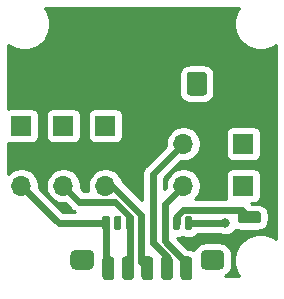
<source format=gbr>
%TF.GenerationSoftware,KiCad,Pcbnew,(5.1.9)-1*%
%TF.CreationDate,2021-08-13T14:48:15+01:00*%
%TF.ProjectId,5-servos,352d7365-7276-46f7-932e-6b696361645f,rev?*%
%TF.SameCoordinates,Original*%
%TF.FileFunction,Copper,L1,Top*%
%TF.FilePolarity,Positive*%
%FSLAX46Y46*%
G04 Gerber Fmt 4.6, Leading zero omitted, Abs format (unit mm)*
G04 Created by KiCad (PCBNEW (5.1.9)-1) date 2021-08-13 14:48:15*
%MOMM*%
%LPD*%
G01*
G04 APERTURE LIST*
%TA.AperFunction,ComponentPad*%
%ADD10O,1.700000X1.700000*%
%TD*%
%TA.AperFunction,ComponentPad*%
%ADD11R,1.700000X1.700000*%
%TD*%
%TA.AperFunction,ComponentPad*%
%ADD12O,1.700000X2.000000*%
%TD*%
%TA.AperFunction,ViaPad*%
%ADD13C,0.800000*%
%TD*%
%TA.AperFunction,Conductor*%
%ADD14C,0.600000*%
%TD*%
%TA.AperFunction,Conductor*%
%ADD15C,0.254000*%
%TD*%
%TA.AperFunction,Conductor*%
%ADD16C,0.100000*%
%TD*%
G04 APERTURE END LIST*
%TO.P,J13,1*%
%TO.N,Net-(J1-Pad7)*%
%TA.AperFunction,SMDPad,CuDef*%
G36*
G01*
X179820000Y-158869000D02*
X178320000Y-158869000D01*
G75*
G02*
X178070000Y-158619000I0J250000D01*
G01*
X178070000Y-158119000D01*
G75*
G02*
X178320000Y-157869000I250000J0D01*
G01*
X179820000Y-157869000D01*
G75*
G02*
X180070000Y-158119000I0J-250000D01*
G01*
X180070000Y-158619000D01*
G75*
G02*
X179820000Y-158869000I-250000J0D01*
G01*
G37*
%TD.AperFunction*%
%TD*%
%TO.P,J1,MP*%
%TO.N,N/C*%
%TA.AperFunction,SMDPad,CuDef*%
G36*
G01*
X174945800Y-162400800D02*
X174945800Y-161550800D01*
G75*
G02*
X175370800Y-161125800I425000J0D01*
G01*
X176520800Y-161125800D01*
G75*
G02*
X176945800Y-161550800I0J-425000D01*
G01*
X176945800Y-162400800D01*
G75*
G02*
X176520800Y-162825800I-425000J0D01*
G01*
X175370800Y-162825800D01*
G75*
G02*
X174945800Y-162400800I0J425000D01*
G01*
G37*
%TD.AperFunction*%
%TA.AperFunction,SMDPad,CuDef*%
G36*
G01*
X163922200Y-162400800D02*
X163922200Y-161550800D01*
G75*
G02*
X164347200Y-161125800I425000J0D01*
G01*
X165497200Y-161125800D01*
G75*
G02*
X165922200Y-161550800I0J-425000D01*
G01*
X165922200Y-162400800D01*
G75*
G02*
X165497200Y-162825800I-425000J0D01*
G01*
X164347200Y-162825800D01*
G75*
G02*
X163922200Y-162400800I0J425000D01*
G01*
G37*
%TD.AperFunction*%
%TO.P,J1,1*%
%TO.N,Net-(J1-Pad1)*%
%TA.AperFunction,SMDPad,CuDef*%
G36*
G01*
X166634000Y-159328000D02*
X166634000Y-158378000D01*
G75*
G02*
X166784000Y-158228000I150000J0D01*
G01*
X167084000Y-158228000D01*
G75*
G02*
X167234000Y-158378000I0J-150000D01*
G01*
X167234000Y-159328000D01*
G75*
G02*
X167084000Y-159478000I-150000J0D01*
G01*
X166784000Y-159478000D01*
G75*
G02*
X166634000Y-159328000I0J150000D01*
G01*
G37*
%TD.AperFunction*%
%TO.P,J1,2*%
%TO.N,N/C*%
%TA.AperFunction,SMDPad,CuDef*%
G36*
G01*
X167634000Y-159328000D02*
X167634000Y-158378000D01*
G75*
G02*
X167784000Y-158228000I150000J0D01*
G01*
X168084000Y-158228000D01*
G75*
G02*
X168234000Y-158378000I0J-150000D01*
G01*
X168234000Y-159328000D01*
G75*
G02*
X168084000Y-159478000I-150000J0D01*
G01*
X167784000Y-159478000D01*
G75*
G02*
X167634000Y-159328000I0J150000D01*
G01*
G37*
%TD.AperFunction*%
%TO.P,J1,3*%
%TO.N,Net-(J1-Pad3)*%
%TA.AperFunction,SMDPad,CuDef*%
G36*
G01*
X168634000Y-159328000D02*
X168634000Y-158378000D01*
G75*
G02*
X168784000Y-158228000I150000J0D01*
G01*
X169084000Y-158228000D01*
G75*
G02*
X169234000Y-158378000I0J-150000D01*
G01*
X169234000Y-159328000D01*
G75*
G02*
X169084000Y-159478000I-150000J0D01*
G01*
X168784000Y-159478000D01*
G75*
G02*
X168634000Y-159328000I0J150000D01*
G01*
G37*
%TD.AperFunction*%
%TO.P,J1,4*%
%TO.N,Net-(J1-Pad4)*%
%TA.AperFunction,SMDPad,CuDef*%
G36*
G01*
X169634000Y-159328000D02*
X169634000Y-158378000D01*
G75*
G02*
X169784000Y-158228000I150000J0D01*
G01*
X170084000Y-158228000D01*
G75*
G02*
X170234000Y-158378000I0J-150000D01*
G01*
X170234000Y-159328000D01*
G75*
G02*
X170084000Y-159478000I-150000J0D01*
G01*
X169784000Y-159478000D01*
G75*
G02*
X169634000Y-159328000I0J150000D01*
G01*
G37*
%TD.AperFunction*%
%TO.P,J1,5*%
%TO.N,Net-(J1-Pad5)*%
%TA.AperFunction,SMDPad,CuDef*%
G36*
G01*
X170634000Y-159328000D02*
X170634000Y-158378000D01*
G75*
G02*
X170784000Y-158228000I150000J0D01*
G01*
X171084000Y-158228000D01*
G75*
G02*
X171234000Y-158378000I0J-150000D01*
G01*
X171234000Y-159328000D01*
G75*
G02*
X171084000Y-159478000I-150000J0D01*
G01*
X170784000Y-159478000D01*
G75*
G02*
X170634000Y-159328000I0J150000D01*
G01*
G37*
%TD.AperFunction*%
%TO.P,J1,6*%
%TO.N,Net-(J1-Pad6)*%
%TA.AperFunction,SMDPad,CuDef*%
G36*
G01*
X171634000Y-159328000D02*
X171634000Y-158378000D01*
G75*
G02*
X171784000Y-158228000I150000J0D01*
G01*
X172084000Y-158228000D01*
G75*
G02*
X172234000Y-158378000I0J-150000D01*
G01*
X172234000Y-159328000D01*
G75*
G02*
X172084000Y-159478000I-150000J0D01*
G01*
X171784000Y-159478000D01*
G75*
G02*
X171634000Y-159328000I0J150000D01*
G01*
G37*
%TD.AperFunction*%
%TO.P,J1,7*%
%TO.N,Net-(J1-Pad7)*%
%TA.AperFunction,SMDPad,CuDef*%
G36*
G01*
X172634000Y-159328000D02*
X172634000Y-158378000D01*
G75*
G02*
X172784000Y-158228000I150000J0D01*
G01*
X173084000Y-158228000D01*
G75*
G02*
X173234000Y-158378000I0J-150000D01*
G01*
X173234000Y-159328000D01*
G75*
G02*
X173084000Y-159478000I-150000J0D01*
G01*
X172784000Y-159478000D01*
G75*
G02*
X172634000Y-159328000I0J150000D01*
G01*
G37*
%TD.AperFunction*%
%TO.P,J1,8*%
%TO.N,GND*%
%TA.AperFunction,SMDPad,CuDef*%
G36*
G01*
X173634000Y-159328000D02*
X173634000Y-158378000D01*
G75*
G02*
X173784000Y-158228000I150000J0D01*
G01*
X174084000Y-158228000D01*
G75*
G02*
X174234000Y-158378000I0J-150000D01*
G01*
X174234000Y-159328000D01*
G75*
G02*
X174084000Y-159478000I-150000J0D01*
G01*
X173784000Y-159478000D01*
G75*
G02*
X173634000Y-159328000I0J150000D01*
G01*
G37*
%TD.AperFunction*%
%TD*%
D10*
%TO.P,J10,3*%
%TO.N,Net-(J1-Pad1)*%
X159766000Y-155702000D03*
%TO.P,J10,2*%
%TO.N,+BATT*%
X159766000Y-153162000D03*
D11*
%TO.P,J10,1*%
%TO.N,GND*%
X159766000Y-150622000D03*
%TD*%
D10*
%TO.P,J5,3*%
%TO.N,Net-(J1-Pad3)*%
X163322000Y-155702000D03*
%TO.P,J5,2*%
%TO.N,+BATT*%
X163322000Y-153162000D03*
D11*
%TO.P,J5,1*%
%TO.N,GND*%
X163322000Y-150622000D03*
%TD*%
D10*
%TO.P,J4,3*%
%TO.N,Net-(J1-Pad4)*%
X166878000Y-155702000D03*
%TO.P,J4,2*%
%TO.N,+BATT*%
X166878000Y-153162000D03*
D11*
%TO.P,J4,1*%
%TO.N,GND*%
X166878000Y-150622000D03*
%TD*%
D10*
%TO.P,J3,3*%
%TO.N,Net-(J1-Pad5)*%
X173482000Y-152146000D03*
%TO.P,J3,2*%
%TO.N,+BATT*%
X176022000Y-152146000D03*
D11*
%TO.P,J3,1*%
%TO.N,GND*%
X178562000Y-152146000D03*
%TD*%
%TO.P,J12,1*%
%TO.N,Net-(J1-Pad1)*%
%TA.AperFunction,SMDPad,CuDef*%
G36*
G01*
X166632000Y-163437000D02*
X166632000Y-161937000D01*
G75*
G02*
X166882000Y-161687000I250000J0D01*
G01*
X167382000Y-161687000D01*
G75*
G02*
X167632000Y-161937000I0J-250000D01*
G01*
X167632000Y-163437000D01*
G75*
G02*
X167382000Y-163687000I-250000J0D01*
G01*
X166882000Y-163687000D01*
G75*
G02*
X166632000Y-163437000I0J250000D01*
G01*
G37*
%TD.AperFunction*%
%TD*%
%TO.P,J11,1*%
%TO.N,Net-(J1-Pad3)*%
%TA.AperFunction,SMDPad,CuDef*%
G36*
G01*
X168283000Y-163437000D02*
X168283000Y-161937000D01*
G75*
G02*
X168533000Y-161687000I250000J0D01*
G01*
X169033000Y-161687000D01*
G75*
G02*
X169283000Y-161937000I0J-250000D01*
G01*
X169283000Y-163437000D01*
G75*
G02*
X169033000Y-163687000I-250000J0D01*
G01*
X168533000Y-163687000D01*
G75*
G02*
X168283000Y-163437000I0J250000D01*
G01*
G37*
%TD.AperFunction*%
%TD*%
D10*
%TO.P,J2,3*%
%TO.N,Net-(J1-Pad6)*%
X173482000Y-155702000D03*
%TO.P,J2,2*%
%TO.N,+BATT*%
X176022000Y-155702000D03*
D11*
%TO.P,J2,1*%
%TO.N,GND*%
X178562000Y-155702000D03*
%TD*%
D12*
%TO.P,J6,2*%
%TO.N,+BATT*%
X172125000Y-147066000D03*
%TO.P,J6,1*%
%TO.N,GND*%
%TA.AperFunction,ComponentPad*%
G36*
G01*
X175475000Y-146316000D02*
X175475000Y-147816000D01*
G75*
G02*
X175225000Y-148066000I-250000J0D01*
G01*
X174025000Y-148066000D01*
G75*
G02*
X173775000Y-147816000I0J250000D01*
G01*
X173775000Y-146316000D01*
G75*
G02*
X174025000Y-146066000I250000J0D01*
G01*
X175225000Y-146066000D01*
G75*
G02*
X175475000Y-146316000I0J-250000D01*
G01*
G37*
%TD.AperFunction*%
%TD*%
%TO.P,J9,1*%
%TO.N,Net-(J1-Pad4)*%
%TA.AperFunction,SMDPad,CuDef*%
G36*
G01*
X169934000Y-163437000D02*
X169934000Y-161937000D01*
G75*
G02*
X170184000Y-161687000I250000J0D01*
G01*
X170684000Y-161687000D01*
G75*
G02*
X170934000Y-161937000I0J-250000D01*
G01*
X170934000Y-163437000D01*
G75*
G02*
X170684000Y-163687000I-250000J0D01*
G01*
X170184000Y-163687000D01*
G75*
G02*
X169934000Y-163437000I0J250000D01*
G01*
G37*
%TD.AperFunction*%
%TD*%
%TO.P,J8,1*%
%TO.N,Net-(J1-Pad5)*%
%TA.AperFunction,SMDPad,CuDef*%
G36*
G01*
X171585000Y-163437000D02*
X171585000Y-161937000D01*
G75*
G02*
X171835000Y-161687000I250000J0D01*
G01*
X172335000Y-161687000D01*
G75*
G02*
X172585000Y-161937000I0J-250000D01*
G01*
X172585000Y-163437000D01*
G75*
G02*
X172335000Y-163687000I-250000J0D01*
G01*
X171835000Y-163687000D01*
G75*
G02*
X171585000Y-163437000I0J250000D01*
G01*
G37*
%TD.AperFunction*%
%TD*%
%TO.P,J7,1*%
%TO.N,Net-(J1-Pad6)*%
%TA.AperFunction,SMDPad,CuDef*%
G36*
G01*
X173236000Y-163437000D02*
X173236000Y-161937000D01*
G75*
G02*
X173486000Y-161687000I250000J0D01*
G01*
X173986000Y-161687000D01*
G75*
G02*
X174236000Y-161937000I0J-250000D01*
G01*
X174236000Y-163437000D01*
G75*
G02*
X173986000Y-163687000I-250000J0D01*
G01*
X173486000Y-163687000D01*
G75*
G02*
X173236000Y-163437000I0J250000D01*
G01*
G37*
%TD.AperFunction*%
%TD*%
D13*
%TO.N,GND*%
X177038000Y-158877000D03*
%TD*%
D14*
%TO.N,Net-(J1-Pad3)*%
X168934000Y-162536000D02*
X168783000Y-162687000D01*
X168934000Y-158853000D02*
X168934000Y-162536000D01*
X164672001Y-157052001D02*
X163322000Y-155702000D01*
X167677257Y-157052001D02*
X164672001Y-157052001D01*
X168934000Y-158308744D02*
X167677257Y-157052001D01*
X168934000Y-158853000D02*
X168934000Y-158308744D01*
%TO.N,Net-(J1-Pad1)*%
X166934000Y-162489000D02*
X167132000Y-162687000D01*
X166934000Y-158853000D02*
X166934000Y-162489000D01*
X162917000Y-158853000D02*
X159766000Y-155702000D01*
X166934000Y-158853000D02*
X162917000Y-158853000D01*
%TO.N,GND*%
X177014000Y-158853000D02*
X177038000Y-158877000D01*
X173934000Y-158853000D02*
X177014000Y-158853000D01*
%TO.N,Net-(J1-Pad7)*%
X178428990Y-157727990D02*
X179070000Y-158369000D01*
X173434010Y-157727990D02*
X178428990Y-157727990D01*
X172934000Y-158228000D02*
X173434010Y-157727990D01*
X172934000Y-158853000D02*
X172934000Y-158228000D01*
%TO.N,Net-(J1-Pad6)*%
X173736000Y-162206616D02*
X173736000Y-162687000D01*
X171934000Y-160404616D02*
X173736000Y-162206616D01*
X171934000Y-158853000D02*
X171934000Y-160404616D01*
X171934000Y-157250000D02*
X173482000Y-155702000D01*
X171934000Y-158853000D02*
X171934000Y-157250000D01*
%TO.N,Net-(J1-Pad5)*%
X172085000Y-161687000D02*
X172085000Y-162687000D01*
X170934000Y-160536000D02*
X172085000Y-161687000D01*
X170934000Y-158853000D02*
X170934000Y-160536000D01*
X170934000Y-154694000D02*
X173482000Y-152146000D01*
X170934000Y-158853000D02*
X170934000Y-154694000D01*
%TO.N,Net-(J1-Pad4)*%
X169934000Y-162187000D02*
X170434000Y-162687000D01*
X169934000Y-158853000D02*
X169934000Y-162187000D01*
X167458640Y-155702000D02*
X166878000Y-155702000D01*
X169934000Y-158177360D02*
X167458640Y-155702000D01*
X169934000Y-158853000D02*
X169934000Y-158177360D01*
%TD*%
D15*
%TO.N,+BATT*%
X178026458Y-140945120D02*
X177858582Y-141350408D01*
X177773000Y-141780660D01*
X177773000Y-142219340D01*
X177858582Y-142649592D01*
X178026458Y-143054880D01*
X178270176Y-143419630D01*
X178580370Y-143729824D01*
X178945120Y-143973542D01*
X179350408Y-144141418D01*
X179780660Y-144227000D01*
X180219340Y-144227000D01*
X180649592Y-144141418D01*
X181054880Y-143973542D01*
X181340000Y-143783031D01*
X181340001Y-160216970D01*
X181054880Y-160026458D01*
X180649592Y-159858582D01*
X180219340Y-159773000D01*
X179780660Y-159773000D01*
X179350408Y-159858582D01*
X178945120Y-160026458D01*
X178580370Y-160270176D01*
X178270176Y-160580370D01*
X178026458Y-160945120D01*
X177858582Y-161350408D01*
X177773000Y-161780660D01*
X177773000Y-162219340D01*
X177858582Y-162649592D01*
X178026458Y-163054880D01*
X178216969Y-163340000D01*
X177007974Y-163340000D01*
X177111411Y-163284712D01*
X177272505Y-163152505D01*
X177404712Y-162991411D01*
X177502950Y-162807620D01*
X177563445Y-162608195D01*
X177583872Y-162400800D01*
X177583872Y-161550800D01*
X177563445Y-161343405D01*
X177502950Y-161143980D01*
X177404712Y-160960189D01*
X177272505Y-160799095D01*
X177111411Y-160666888D01*
X176927620Y-160568650D01*
X176728195Y-160508155D01*
X176520800Y-160487728D01*
X175370800Y-160487728D01*
X175163405Y-160508155D01*
X174963980Y-160568650D01*
X174780189Y-160666888D01*
X174619095Y-160799095D01*
X174486888Y-160960189D01*
X174388650Y-161143980D01*
X174387054Y-161149242D01*
X174325850Y-161116528D01*
X174159254Y-161065992D01*
X173986000Y-161048928D01*
X173900601Y-161048928D01*
X172967745Y-160116072D01*
X173084000Y-160116072D01*
X173237745Y-160100929D01*
X173385582Y-160056084D01*
X173434000Y-160030204D01*
X173482418Y-160056084D01*
X173630255Y-160100929D01*
X173784000Y-160116072D01*
X174084000Y-160116072D01*
X174237745Y-160100929D01*
X174385582Y-160056084D01*
X174521829Y-159983258D01*
X174641251Y-159885251D01*
X174721063Y-159788000D01*
X176538458Y-159788000D01*
X176547744Y-159794205D01*
X176736102Y-159872226D01*
X176936061Y-159912000D01*
X177139939Y-159912000D01*
X177339898Y-159872226D01*
X177528256Y-159794205D01*
X177697774Y-159680937D01*
X177841937Y-159536774D01*
X177926215Y-159410643D01*
X177980150Y-159439472D01*
X178146746Y-159490008D01*
X178320000Y-159507072D01*
X179820000Y-159507072D01*
X179993254Y-159490008D01*
X180159850Y-159439472D01*
X180313386Y-159357405D01*
X180447962Y-159246962D01*
X180558405Y-159112386D01*
X180640472Y-158958850D01*
X180691008Y-158792254D01*
X180708072Y-158619000D01*
X180708072Y-158119000D01*
X180691008Y-157945746D01*
X180640472Y-157779150D01*
X180558405Y-157625614D01*
X180447962Y-157491038D01*
X180313386Y-157380595D01*
X180159850Y-157298528D01*
X179993254Y-157247992D01*
X179820000Y-157230928D01*
X179254217Y-157230928D01*
X179213361Y-157190072D01*
X179412000Y-157190072D01*
X179536482Y-157177812D01*
X179656180Y-157141502D01*
X179766494Y-157082537D01*
X179863185Y-157003185D01*
X179942537Y-156906494D01*
X180001502Y-156796180D01*
X180037812Y-156676482D01*
X180050072Y-156552000D01*
X180050072Y-154852000D01*
X180037812Y-154727518D01*
X180001502Y-154607820D01*
X179942537Y-154497506D01*
X179863185Y-154400815D01*
X179766494Y-154321463D01*
X179656180Y-154262498D01*
X179536482Y-154226188D01*
X179412000Y-154213928D01*
X177712000Y-154213928D01*
X177587518Y-154226188D01*
X177467820Y-154262498D01*
X177357506Y-154321463D01*
X177260815Y-154400815D01*
X177181463Y-154497506D01*
X177122498Y-154607820D01*
X177086188Y-154727518D01*
X177073928Y-154852000D01*
X177073928Y-156552000D01*
X177086188Y-156676482D01*
X177121530Y-156792990D01*
X174491117Y-156792990D01*
X174635475Y-156648632D01*
X174797990Y-156405411D01*
X174909932Y-156135158D01*
X174967000Y-155848260D01*
X174967000Y-155555740D01*
X174909932Y-155268842D01*
X174797990Y-154998589D01*
X174635475Y-154755368D01*
X174428632Y-154548525D01*
X174185411Y-154386010D01*
X173915158Y-154274068D01*
X173628260Y-154217000D01*
X173335740Y-154217000D01*
X173048842Y-154274068D01*
X172778589Y-154386010D01*
X172535368Y-154548525D01*
X172328525Y-154755368D01*
X172166010Y-154998589D01*
X172054068Y-155268842D01*
X171997000Y-155555740D01*
X171997000Y-155848260D01*
X171999729Y-155861982D01*
X171869000Y-155992711D01*
X171869000Y-155081289D01*
X173322019Y-153628271D01*
X173335740Y-153631000D01*
X173628260Y-153631000D01*
X173915158Y-153573932D01*
X174185411Y-153461990D01*
X174428632Y-153299475D01*
X174635475Y-153092632D01*
X174797990Y-152849411D01*
X174909932Y-152579158D01*
X174967000Y-152292260D01*
X174967000Y-151999740D01*
X174909932Y-151712842D01*
X174797990Y-151442589D01*
X174700043Y-151296000D01*
X177073928Y-151296000D01*
X177073928Y-152996000D01*
X177086188Y-153120482D01*
X177122498Y-153240180D01*
X177181463Y-153350494D01*
X177260815Y-153447185D01*
X177357506Y-153526537D01*
X177467820Y-153585502D01*
X177587518Y-153621812D01*
X177712000Y-153634072D01*
X179412000Y-153634072D01*
X179536482Y-153621812D01*
X179656180Y-153585502D01*
X179766494Y-153526537D01*
X179863185Y-153447185D01*
X179942537Y-153350494D01*
X180001502Y-153240180D01*
X180037812Y-153120482D01*
X180050072Y-152996000D01*
X180050072Y-151296000D01*
X180037812Y-151171518D01*
X180001502Y-151051820D01*
X179942537Y-150941506D01*
X179863185Y-150844815D01*
X179766494Y-150765463D01*
X179656180Y-150706498D01*
X179536482Y-150670188D01*
X179412000Y-150657928D01*
X177712000Y-150657928D01*
X177587518Y-150670188D01*
X177467820Y-150706498D01*
X177357506Y-150765463D01*
X177260815Y-150844815D01*
X177181463Y-150941506D01*
X177122498Y-151051820D01*
X177086188Y-151171518D01*
X177073928Y-151296000D01*
X174700043Y-151296000D01*
X174635475Y-151199368D01*
X174428632Y-150992525D01*
X174185411Y-150830010D01*
X173915158Y-150718068D01*
X173628260Y-150661000D01*
X173335740Y-150661000D01*
X173048842Y-150718068D01*
X172778589Y-150830010D01*
X172535368Y-150992525D01*
X172328525Y-151199368D01*
X172166010Y-151442589D01*
X172054068Y-151712842D01*
X171997000Y-151999740D01*
X171997000Y-152292260D01*
X171999729Y-152305981D01*
X170305336Y-154000375D01*
X170269657Y-154029656D01*
X170152815Y-154172028D01*
X170123866Y-154226188D01*
X170065994Y-154334460D01*
X170012529Y-154510709D01*
X169994476Y-154694000D01*
X169999001Y-154739942D01*
X169999000Y-156920071D01*
X168276348Y-155197419D01*
X168193990Y-154998589D01*
X168031475Y-154755368D01*
X167824632Y-154548525D01*
X167581411Y-154386010D01*
X167311158Y-154274068D01*
X167024260Y-154217000D01*
X166731740Y-154217000D01*
X166444842Y-154274068D01*
X166174589Y-154386010D01*
X165931368Y-154548525D01*
X165724525Y-154755368D01*
X165562010Y-154998589D01*
X165450068Y-155268842D01*
X165393000Y-155555740D01*
X165393000Y-155848260D01*
X165446456Y-156117001D01*
X165059290Y-156117001D01*
X164804271Y-155861982D01*
X164807000Y-155848260D01*
X164807000Y-155555740D01*
X164749932Y-155268842D01*
X164637990Y-154998589D01*
X164475475Y-154755368D01*
X164268632Y-154548525D01*
X164025411Y-154386010D01*
X163755158Y-154274068D01*
X163468260Y-154217000D01*
X163175740Y-154217000D01*
X162888842Y-154274068D01*
X162618589Y-154386010D01*
X162375368Y-154548525D01*
X162168525Y-154755368D01*
X162006010Y-154998589D01*
X161894068Y-155268842D01*
X161837000Y-155555740D01*
X161837000Y-155848260D01*
X161894068Y-156135158D01*
X162006010Y-156405411D01*
X162168525Y-156648632D01*
X162375368Y-156855475D01*
X162618589Y-157017990D01*
X162888842Y-157129932D01*
X163175740Y-157187000D01*
X163468260Y-157187000D01*
X163481982Y-157184271D01*
X163978371Y-157680660D01*
X164007657Y-157716345D01*
X164150029Y-157833187D01*
X164216021Y-157868460D01*
X164308703Y-157918000D01*
X163304289Y-157918000D01*
X161248271Y-155861982D01*
X161251000Y-155848260D01*
X161251000Y-155555740D01*
X161193932Y-155268842D01*
X161081990Y-154998589D01*
X160919475Y-154755368D01*
X160712632Y-154548525D01*
X160469411Y-154386010D01*
X160199158Y-154274068D01*
X159912260Y-154217000D01*
X159619740Y-154217000D01*
X159332842Y-154274068D01*
X159062589Y-154386010D01*
X158819368Y-154548525D01*
X158660000Y-154707893D01*
X158660000Y-152055184D01*
X158671820Y-152061502D01*
X158791518Y-152097812D01*
X158916000Y-152110072D01*
X160616000Y-152110072D01*
X160740482Y-152097812D01*
X160860180Y-152061502D01*
X160970494Y-152002537D01*
X161067185Y-151923185D01*
X161146537Y-151826494D01*
X161205502Y-151716180D01*
X161241812Y-151596482D01*
X161254072Y-151472000D01*
X161254072Y-149772000D01*
X161833928Y-149772000D01*
X161833928Y-151472000D01*
X161846188Y-151596482D01*
X161882498Y-151716180D01*
X161941463Y-151826494D01*
X162020815Y-151923185D01*
X162117506Y-152002537D01*
X162227820Y-152061502D01*
X162347518Y-152097812D01*
X162472000Y-152110072D01*
X164172000Y-152110072D01*
X164296482Y-152097812D01*
X164416180Y-152061502D01*
X164526494Y-152002537D01*
X164623185Y-151923185D01*
X164702537Y-151826494D01*
X164761502Y-151716180D01*
X164797812Y-151596482D01*
X164810072Y-151472000D01*
X164810072Y-149772000D01*
X165389928Y-149772000D01*
X165389928Y-151472000D01*
X165402188Y-151596482D01*
X165438498Y-151716180D01*
X165497463Y-151826494D01*
X165576815Y-151923185D01*
X165673506Y-152002537D01*
X165783820Y-152061502D01*
X165903518Y-152097812D01*
X166028000Y-152110072D01*
X167728000Y-152110072D01*
X167852482Y-152097812D01*
X167972180Y-152061502D01*
X168082494Y-152002537D01*
X168179185Y-151923185D01*
X168258537Y-151826494D01*
X168317502Y-151716180D01*
X168353812Y-151596482D01*
X168366072Y-151472000D01*
X168366072Y-149772000D01*
X168353812Y-149647518D01*
X168317502Y-149527820D01*
X168258537Y-149417506D01*
X168179185Y-149320815D01*
X168082494Y-149241463D01*
X167972180Y-149182498D01*
X167852482Y-149146188D01*
X167728000Y-149133928D01*
X166028000Y-149133928D01*
X165903518Y-149146188D01*
X165783820Y-149182498D01*
X165673506Y-149241463D01*
X165576815Y-149320815D01*
X165497463Y-149417506D01*
X165438498Y-149527820D01*
X165402188Y-149647518D01*
X165389928Y-149772000D01*
X164810072Y-149772000D01*
X164797812Y-149647518D01*
X164761502Y-149527820D01*
X164702537Y-149417506D01*
X164623185Y-149320815D01*
X164526494Y-149241463D01*
X164416180Y-149182498D01*
X164296482Y-149146188D01*
X164172000Y-149133928D01*
X162472000Y-149133928D01*
X162347518Y-149146188D01*
X162227820Y-149182498D01*
X162117506Y-149241463D01*
X162020815Y-149320815D01*
X161941463Y-149417506D01*
X161882498Y-149527820D01*
X161846188Y-149647518D01*
X161833928Y-149772000D01*
X161254072Y-149772000D01*
X161241812Y-149647518D01*
X161205502Y-149527820D01*
X161146537Y-149417506D01*
X161067185Y-149320815D01*
X160970494Y-149241463D01*
X160860180Y-149182498D01*
X160740482Y-149146188D01*
X160616000Y-149133928D01*
X158916000Y-149133928D01*
X158791518Y-149146188D01*
X158671820Y-149182498D01*
X158660000Y-149188816D01*
X158660000Y-146316000D01*
X173136928Y-146316000D01*
X173136928Y-147816000D01*
X173153992Y-147989254D01*
X173204528Y-148155850D01*
X173286595Y-148309386D01*
X173397038Y-148443962D01*
X173531614Y-148554405D01*
X173685150Y-148636472D01*
X173851746Y-148687008D01*
X174025000Y-148704072D01*
X175225000Y-148704072D01*
X175398254Y-148687008D01*
X175564850Y-148636472D01*
X175718386Y-148554405D01*
X175852962Y-148443962D01*
X175963405Y-148309386D01*
X176045472Y-148155850D01*
X176096008Y-147989254D01*
X176113072Y-147816000D01*
X176113072Y-146316000D01*
X176096008Y-146142746D01*
X176045472Y-145976150D01*
X175963405Y-145822614D01*
X175852962Y-145688038D01*
X175718386Y-145577595D01*
X175564850Y-145495528D01*
X175398254Y-145444992D01*
X175225000Y-145427928D01*
X174025000Y-145427928D01*
X173851746Y-145444992D01*
X173685150Y-145495528D01*
X173531614Y-145577595D01*
X173397038Y-145688038D01*
X173286595Y-145822614D01*
X173204528Y-145976150D01*
X173153992Y-146142746D01*
X173136928Y-146316000D01*
X158660000Y-146316000D01*
X158660000Y-143783031D01*
X158945120Y-143973542D01*
X159350408Y-144141418D01*
X159780660Y-144227000D01*
X160219340Y-144227000D01*
X160649592Y-144141418D01*
X161054880Y-143973542D01*
X161419630Y-143729824D01*
X161729824Y-143419630D01*
X161973542Y-143054880D01*
X162141418Y-142649592D01*
X162227000Y-142219340D01*
X162227000Y-141780660D01*
X162141418Y-141350408D01*
X161973542Y-140945120D01*
X161783031Y-140660000D01*
X178216969Y-140660000D01*
X178026458Y-140945120D01*
%TA.AperFunction,Conductor*%
D16*
G36*
X178026458Y-140945120D02*
G01*
X177858582Y-141350408D01*
X177773000Y-141780660D01*
X177773000Y-142219340D01*
X177858582Y-142649592D01*
X178026458Y-143054880D01*
X178270176Y-143419630D01*
X178580370Y-143729824D01*
X178945120Y-143973542D01*
X179350408Y-144141418D01*
X179780660Y-144227000D01*
X180219340Y-144227000D01*
X180649592Y-144141418D01*
X181054880Y-143973542D01*
X181340000Y-143783031D01*
X181340001Y-160216970D01*
X181054880Y-160026458D01*
X180649592Y-159858582D01*
X180219340Y-159773000D01*
X179780660Y-159773000D01*
X179350408Y-159858582D01*
X178945120Y-160026458D01*
X178580370Y-160270176D01*
X178270176Y-160580370D01*
X178026458Y-160945120D01*
X177858582Y-161350408D01*
X177773000Y-161780660D01*
X177773000Y-162219340D01*
X177858582Y-162649592D01*
X178026458Y-163054880D01*
X178216969Y-163340000D01*
X177007974Y-163340000D01*
X177111411Y-163284712D01*
X177272505Y-163152505D01*
X177404712Y-162991411D01*
X177502950Y-162807620D01*
X177563445Y-162608195D01*
X177583872Y-162400800D01*
X177583872Y-161550800D01*
X177563445Y-161343405D01*
X177502950Y-161143980D01*
X177404712Y-160960189D01*
X177272505Y-160799095D01*
X177111411Y-160666888D01*
X176927620Y-160568650D01*
X176728195Y-160508155D01*
X176520800Y-160487728D01*
X175370800Y-160487728D01*
X175163405Y-160508155D01*
X174963980Y-160568650D01*
X174780189Y-160666888D01*
X174619095Y-160799095D01*
X174486888Y-160960189D01*
X174388650Y-161143980D01*
X174387054Y-161149242D01*
X174325850Y-161116528D01*
X174159254Y-161065992D01*
X173986000Y-161048928D01*
X173900601Y-161048928D01*
X172967745Y-160116072D01*
X173084000Y-160116072D01*
X173237745Y-160100929D01*
X173385582Y-160056084D01*
X173434000Y-160030204D01*
X173482418Y-160056084D01*
X173630255Y-160100929D01*
X173784000Y-160116072D01*
X174084000Y-160116072D01*
X174237745Y-160100929D01*
X174385582Y-160056084D01*
X174521829Y-159983258D01*
X174641251Y-159885251D01*
X174721063Y-159788000D01*
X176538458Y-159788000D01*
X176547744Y-159794205D01*
X176736102Y-159872226D01*
X176936061Y-159912000D01*
X177139939Y-159912000D01*
X177339898Y-159872226D01*
X177528256Y-159794205D01*
X177697774Y-159680937D01*
X177841937Y-159536774D01*
X177926215Y-159410643D01*
X177980150Y-159439472D01*
X178146746Y-159490008D01*
X178320000Y-159507072D01*
X179820000Y-159507072D01*
X179993254Y-159490008D01*
X180159850Y-159439472D01*
X180313386Y-159357405D01*
X180447962Y-159246962D01*
X180558405Y-159112386D01*
X180640472Y-158958850D01*
X180691008Y-158792254D01*
X180708072Y-158619000D01*
X180708072Y-158119000D01*
X180691008Y-157945746D01*
X180640472Y-157779150D01*
X180558405Y-157625614D01*
X180447962Y-157491038D01*
X180313386Y-157380595D01*
X180159850Y-157298528D01*
X179993254Y-157247992D01*
X179820000Y-157230928D01*
X179254217Y-157230928D01*
X179213361Y-157190072D01*
X179412000Y-157190072D01*
X179536482Y-157177812D01*
X179656180Y-157141502D01*
X179766494Y-157082537D01*
X179863185Y-157003185D01*
X179942537Y-156906494D01*
X180001502Y-156796180D01*
X180037812Y-156676482D01*
X180050072Y-156552000D01*
X180050072Y-154852000D01*
X180037812Y-154727518D01*
X180001502Y-154607820D01*
X179942537Y-154497506D01*
X179863185Y-154400815D01*
X179766494Y-154321463D01*
X179656180Y-154262498D01*
X179536482Y-154226188D01*
X179412000Y-154213928D01*
X177712000Y-154213928D01*
X177587518Y-154226188D01*
X177467820Y-154262498D01*
X177357506Y-154321463D01*
X177260815Y-154400815D01*
X177181463Y-154497506D01*
X177122498Y-154607820D01*
X177086188Y-154727518D01*
X177073928Y-154852000D01*
X177073928Y-156552000D01*
X177086188Y-156676482D01*
X177121530Y-156792990D01*
X174491117Y-156792990D01*
X174635475Y-156648632D01*
X174797990Y-156405411D01*
X174909932Y-156135158D01*
X174967000Y-155848260D01*
X174967000Y-155555740D01*
X174909932Y-155268842D01*
X174797990Y-154998589D01*
X174635475Y-154755368D01*
X174428632Y-154548525D01*
X174185411Y-154386010D01*
X173915158Y-154274068D01*
X173628260Y-154217000D01*
X173335740Y-154217000D01*
X173048842Y-154274068D01*
X172778589Y-154386010D01*
X172535368Y-154548525D01*
X172328525Y-154755368D01*
X172166010Y-154998589D01*
X172054068Y-155268842D01*
X171997000Y-155555740D01*
X171997000Y-155848260D01*
X171999729Y-155861982D01*
X171869000Y-155992711D01*
X171869000Y-155081289D01*
X173322019Y-153628271D01*
X173335740Y-153631000D01*
X173628260Y-153631000D01*
X173915158Y-153573932D01*
X174185411Y-153461990D01*
X174428632Y-153299475D01*
X174635475Y-153092632D01*
X174797990Y-152849411D01*
X174909932Y-152579158D01*
X174967000Y-152292260D01*
X174967000Y-151999740D01*
X174909932Y-151712842D01*
X174797990Y-151442589D01*
X174700043Y-151296000D01*
X177073928Y-151296000D01*
X177073928Y-152996000D01*
X177086188Y-153120482D01*
X177122498Y-153240180D01*
X177181463Y-153350494D01*
X177260815Y-153447185D01*
X177357506Y-153526537D01*
X177467820Y-153585502D01*
X177587518Y-153621812D01*
X177712000Y-153634072D01*
X179412000Y-153634072D01*
X179536482Y-153621812D01*
X179656180Y-153585502D01*
X179766494Y-153526537D01*
X179863185Y-153447185D01*
X179942537Y-153350494D01*
X180001502Y-153240180D01*
X180037812Y-153120482D01*
X180050072Y-152996000D01*
X180050072Y-151296000D01*
X180037812Y-151171518D01*
X180001502Y-151051820D01*
X179942537Y-150941506D01*
X179863185Y-150844815D01*
X179766494Y-150765463D01*
X179656180Y-150706498D01*
X179536482Y-150670188D01*
X179412000Y-150657928D01*
X177712000Y-150657928D01*
X177587518Y-150670188D01*
X177467820Y-150706498D01*
X177357506Y-150765463D01*
X177260815Y-150844815D01*
X177181463Y-150941506D01*
X177122498Y-151051820D01*
X177086188Y-151171518D01*
X177073928Y-151296000D01*
X174700043Y-151296000D01*
X174635475Y-151199368D01*
X174428632Y-150992525D01*
X174185411Y-150830010D01*
X173915158Y-150718068D01*
X173628260Y-150661000D01*
X173335740Y-150661000D01*
X173048842Y-150718068D01*
X172778589Y-150830010D01*
X172535368Y-150992525D01*
X172328525Y-151199368D01*
X172166010Y-151442589D01*
X172054068Y-151712842D01*
X171997000Y-151999740D01*
X171997000Y-152292260D01*
X171999729Y-152305981D01*
X170305336Y-154000375D01*
X170269657Y-154029656D01*
X170152815Y-154172028D01*
X170123866Y-154226188D01*
X170065994Y-154334460D01*
X170012529Y-154510709D01*
X169994476Y-154694000D01*
X169999001Y-154739942D01*
X169999000Y-156920071D01*
X168276348Y-155197419D01*
X168193990Y-154998589D01*
X168031475Y-154755368D01*
X167824632Y-154548525D01*
X167581411Y-154386010D01*
X167311158Y-154274068D01*
X167024260Y-154217000D01*
X166731740Y-154217000D01*
X166444842Y-154274068D01*
X166174589Y-154386010D01*
X165931368Y-154548525D01*
X165724525Y-154755368D01*
X165562010Y-154998589D01*
X165450068Y-155268842D01*
X165393000Y-155555740D01*
X165393000Y-155848260D01*
X165446456Y-156117001D01*
X165059290Y-156117001D01*
X164804271Y-155861982D01*
X164807000Y-155848260D01*
X164807000Y-155555740D01*
X164749932Y-155268842D01*
X164637990Y-154998589D01*
X164475475Y-154755368D01*
X164268632Y-154548525D01*
X164025411Y-154386010D01*
X163755158Y-154274068D01*
X163468260Y-154217000D01*
X163175740Y-154217000D01*
X162888842Y-154274068D01*
X162618589Y-154386010D01*
X162375368Y-154548525D01*
X162168525Y-154755368D01*
X162006010Y-154998589D01*
X161894068Y-155268842D01*
X161837000Y-155555740D01*
X161837000Y-155848260D01*
X161894068Y-156135158D01*
X162006010Y-156405411D01*
X162168525Y-156648632D01*
X162375368Y-156855475D01*
X162618589Y-157017990D01*
X162888842Y-157129932D01*
X163175740Y-157187000D01*
X163468260Y-157187000D01*
X163481982Y-157184271D01*
X163978371Y-157680660D01*
X164007657Y-157716345D01*
X164150029Y-157833187D01*
X164216021Y-157868460D01*
X164308703Y-157918000D01*
X163304289Y-157918000D01*
X161248271Y-155861982D01*
X161251000Y-155848260D01*
X161251000Y-155555740D01*
X161193932Y-155268842D01*
X161081990Y-154998589D01*
X160919475Y-154755368D01*
X160712632Y-154548525D01*
X160469411Y-154386010D01*
X160199158Y-154274068D01*
X159912260Y-154217000D01*
X159619740Y-154217000D01*
X159332842Y-154274068D01*
X159062589Y-154386010D01*
X158819368Y-154548525D01*
X158660000Y-154707893D01*
X158660000Y-152055184D01*
X158671820Y-152061502D01*
X158791518Y-152097812D01*
X158916000Y-152110072D01*
X160616000Y-152110072D01*
X160740482Y-152097812D01*
X160860180Y-152061502D01*
X160970494Y-152002537D01*
X161067185Y-151923185D01*
X161146537Y-151826494D01*
X161205502Y-151716180D01*
X161241812Y-151596482D01*
X161254072Y-151472000D01*
X161254072Y-149772000D01*
X161833928Y-149772000D01*
X161833928Y-151472000D01*
X161846188Y-151596482D01*
X161882498Y-151716180D01*
X161941463Y-151826494D01*
X162020815Y-151923185D01*
X162117506Y-152002537D01*
X162227820Y-152061502D01*
X162347518Y-152097812D01*
X162472000Y-152110072D01*
X164172000Y-152110072D01*
X164296482Y-152097812D01*
X164416180Y-152061502D01*
X164526494Y-152002537D01*
X164623185Y-151923185D01*
X164702537Y-151826494D01*
X164761502Y-151716180D01*
X164797812Y-151596482D01*
X164810072Y-151472000D01*
X164810072Y-149772000D01*
X165389928Y-149772000D01*
X165389928Y-151472000D01*
X165402188Y-151596482D01*
X165438498Y-151716180D01*
X165497463Y-151826494D01*
X165576815Y-151923185D01*
X165673506Y-152002537D01*
X165783820Y-152061502D01*
X165903518Y-152097812D01*
X166028000Y-152110072D01*
X167728000Y-152110072D01*
X167852482Y-152097812D01*
X167972180Y-152061502D01*
X168082494Y-152002537D01*
X168179185Y-151923185D01*
X168258537Y-151826494D01*
X168317502Y-151716180D01*
X168353812Y-151596482D01*
X168366072Y-151472000D01*
X168366072Y-149772000D01*
X168353812Y-149647518D01*
X168317502Y-149527820D01*
X168258537Y-149417506D01*
X168179185Y-149320815D01*
X168082494Y-149241463D01*
X167972180Y-149182498D01*
X167852482Y-149146188D01*
X167728000Y-149133928D01*
X166028000Y-149133928D01*
X165903518Y-149146188D01*
X165783820Y-149182498D01*
X165673506Y-149241463D01*
X165576815Y-149320815D01*
X165497463Y-149417506D01*
X165438498Y-149527820D01*
X165402188Y-149647518D01*
X165389928Y-149772000D01*
X164810072Y-149772000D01*
X164797812Y-149647518D01*
X164761502Y-149527820D01*
X164702537Y-149417506D01*
X164623185Y-149320815D01*
X164526494Y-149241463D01*
X164416180Y-149182498D01*
X164296482Y-149146188D01*
X164172000Y-149133928D01*
X162472000Y-149133928D01*
X162347518Y-149146188D01*
X162227820Y-149182498D01*
X162117506Y-149241463D01*
X162020815Y-149320815D01*
X161941463Y-149417506D01*
X161882498Y-149527820D01*
X161846188Y-149647518D01*
X161833928Y-149772000D01*
X161254072Y-149772000D01*
X161241812Y-149647518D01*
X161205502Y-149527820D01*
X161146537Y-149417506D01*
X161067185Y-149320815D01*
X160970494Y-149241463D01*
X160860180Y-149182498D01*
X160740482Y-149146188D01*
X160616000Y-149133928D01*
X158916000Y-149133928D01*
X158791518Y-149146188D01*
X158671820Y-149182498D01*
X158660000Y-149188816D01*
X158660000Y-146316000D01*
X173136928Y-146316000D01*
X173136928Y-147816000D01*
X173153992Y-147989254D01*
X173204528Y-148155850D01*
X173286595Y-148309386D01*
X173397038Y-148443962D01*
X173531614Y-148554405D01*
X173685150Y-148636472D01*
X173851746Y-148687008D01*
X174025000Y-148704072D01*
X175225000Y-148704072D01*
X175398254Y-148687008D01*
X175564850Y-148636472D01*
X175718386Y-148554405D01*
X175852962Y-148443962D01*
X175963405Y-148309386D01*
X176045472Y-148155850D01*
X176096008Y-147989254D01*
X176113072Y-147816000D01*
X176113072Y-146316000D01*
X176096008Y-146142746D01*
X176045472Y-145976150D01*
X175963405Y-145822614D01*
X175852962Y-145688038D01*
X175718386Y-145577595D01*
X175564850Y-145495528D01*
X175398254Y-145444992D01*
X175225000Y-145427928D01*
X174025000Y-145427928D01*
X173851746Y-145444992D01*
X173685150Y-145495528D01*
X173531614Y-145577595D01*
X173397038Y-145688038D01*
X173286595Y-145822614D01*
X173204528Y-145976150D01*
X173153992Y-146142746D01*
X173136928Y-146316000D01*
X158660000Y-146316000D01*
X158660000Y-143783031D01*
X158945120Y-143973542D01*
X159350408Y-144141418D01*
X159780660Y-144227000D01*
X160219340Y-144227000D01*
X160649592Y-144141418D01*
X161054880Y-143973542D01*
X161419630Y-143729824D01*
X161729824Y-143419630D01*
X161973542Y-143054880D01*
X162141418Y-142649592D01*
X162227000Y-142219340D01*
X162227000Y-141780660D01*
X162141418Y-141350408D01*
X161973542Y-140945120D01*
X161783031Y-140660000D01*
X178216969Y-140660000D01*
X178026458Y-140945120D01*
G37*
%TD.AperFunction*%
%TD*%
M02*

</source>
